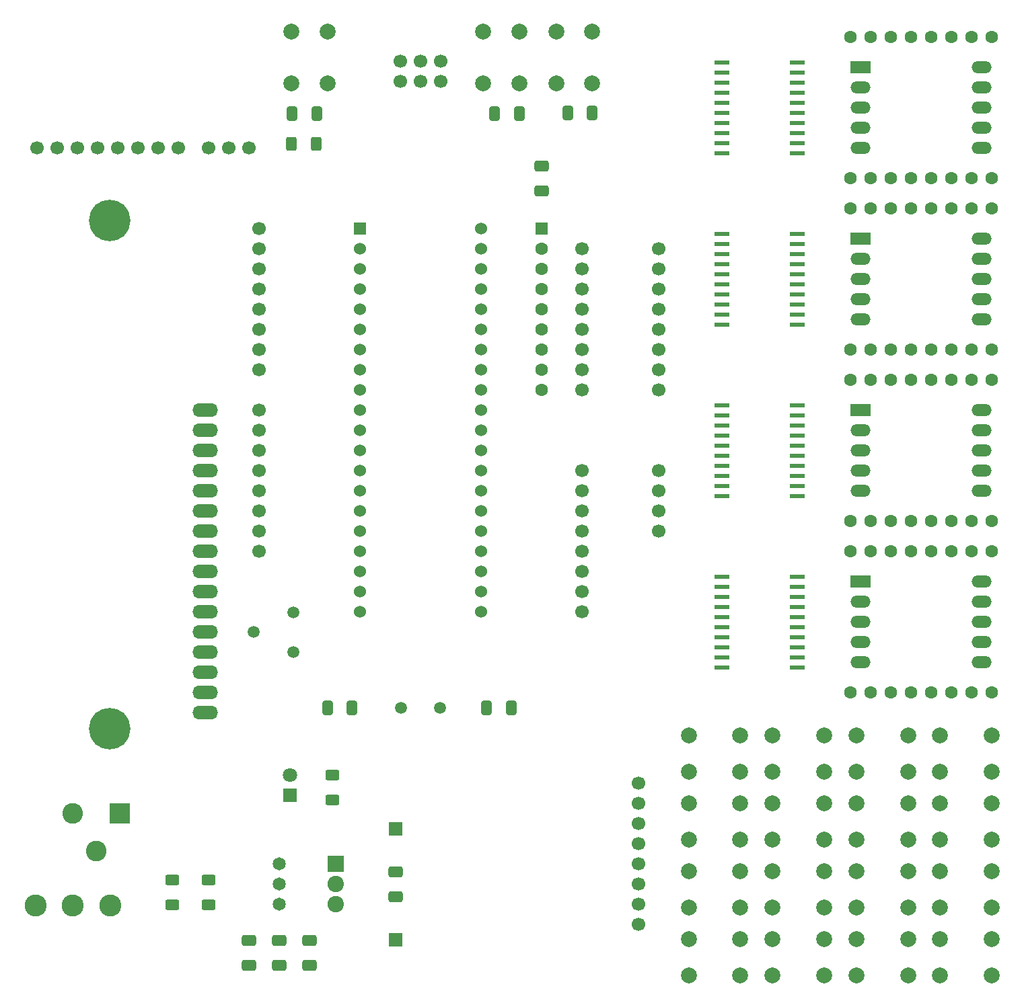
<source format=gbr>
%TF.GenerationSoftware,KiCad,Pcbnew,9.0.4*%
%TF.CreationDate,2025-09-28T00:55:06-04:00*%
%TF.ProjectId,8051,38303531-2e6b-4696-9361-645f70636258,rev?*%
%TF.SameCoordinates,Original*%
%TF.FileFunction,Soldermask,Top*%
%TF.FilePolarity,Negative*%
%FSLAX46Y46*%
G04 Gerber Fmt 4.6, Leading zero omitted, Abs format (unit mm)*
G04 Created by KiCad (PCBNEW 9.0.4) date 2025-09-28 00:55:06*
%MOMM*%
%LPD*%
G01*
G04 APERTURE LIST*
G04 Aperture macros list*
%AMRoundRect*
0 Rectangle with rounded corners*
0 $1 Rounding radius*
0 $2 $3 $4 $5 $6 $7 $8 $9 X,Y pos of 4 corners*
0 Add a 4 corners polygon primitive as box body*
4,1,4,$2,$3,$4,$5,$6,$7,$8,$9,$2,$3,0*
0 Add four circle primitives for the rounded corners*
1,1,$1+$1,$2,$3*
1,1,$1+$1,$4,$5*
1,1,$1+$1,$6,$7*
1,1,$1+$1,$8,$9*
0 Add four rect primitives between the rounded corners*
20,1,$1+$1,$2,$3,$4,$5,0*
20,1,$1+$1,$4,$5,$6,$7,0*
20,1,$1+$1,$6,$7,$8,$9,0*
20,1,$1+$1,$8,$9,$2,$3,0*%
G04 Aperture macros list end*
%ADD10R,1.879600X0.558800*%
%ADD11O,3.220000X1.712000*%
%ADD12C,5.220000*%
%ADD13C,1.524000*%
%ADD14R,1.524000X1.524000*%
%ADD15C,2.000000*%
%ADD16R,1.700000X1.700000*%
%ADD17R,1.600000X1.600000*%
%ADD18C,1.600000*%
%ADD19RoundRect,0.102000X-0.930000X0.930000X-0.930000X-0.930000X0.930000X-0.930000X0.930000X0.930000X0*%
%ADD20C,2.064000*%
%ADD21RoundRect,0.250000X0.650000X-0.412500X0.650000X0.412500X-0.650000X0.412500X-0.650000X-0.412500X0*%
%ADD22C,1.700000*%
%ADD23RoundRect,0.250000X0.625000X-0.400000X0.625000X0.400000X-0.625000X0.400000X-0.625000X-0.400000X0*%
%ADD24RoundRect,0.250000X0.412500X0.650000X-0.412500X0.650000X-0.412500X-0.650000X0.412500X-0.650000X0*%
%ADD25C,1.651000*%
%ADD26RoundRect,0.250000X0.400000X0.625000X-0.400000X0.625000X-0.400000X-0.625000X0.400000X-0.625000X0*%
%ADD27RoundRect,0.250000X-0.412500X-0.650000X0.412500X-0.650000X0.412500X0.650000X-0.412500X0.650000X0*%
%ADD28R,2.524000X1.524000*%
%ADD29O,2.524000X1.524000*%
%ADD30C,1.500000*%
%ADD31C,1.800000*%
%ADD32R,1.800000X1.800000*%
%ADD33RoundRect,0.250000X-0.650000X0.412500X-0.650000X-0.412500X0.650000X-0.412500X0.650000X0.412500X0*%
%ADD34C,2.775000*%
%ADD35C,1.498600*%
%ADD36R,2.600000X2.600000*%
%ADD37C,2.600000*%
G04 APERTURE END LIST*
D10*
%TO.C,U2*%
X204882100Y-37465000D03*
X204882100Y-38735000D03*
X204882100Y-40005000D03*
X204882100Y-41275000D03*
X204882100Y-42545000D03*
X204882100Y-43815000D03*
X204882100Y-45085000D03*
X204882100Y-46355000D03*
X204882100Y-47625000D03*
X204882100Y-48895000D03*
X195407900Y-48895000D03*
X195407900Y-47625000D03*
X195407900Y-46355000D03*
X195407900Y-45085000D03*
X195407900Y-43815000D03*
X195407900Y-42545000D03*
X195407900Y-41275000D03*
X195407900Y-40005000D03*
X195407900Y-38735000D03*
X195407900Y-37465000D03*
%TD*%
%TO.C,U3*%
X204882100Y-59055000D03*
X204882100Y-60325000D03*
X204882100Y-61595000D03*
X204882100Y-62865000D03*
X204882100Y-64135000D03*
X204882100Y-65405000D03*
X204882100Y-66675000D03*
X204882100Y-67945000D03*
X204882100Y-69215000D03*
X204882100Y-70485000D03*
X195407900Y-70485000D03*
X195407900Y-69215000D03*
X195407900Y-67945000D03*
X195407900Y-66675000D03*
X195407900Y-65405000D03*
X195407900Y-64135000D03*
X195407900Y-62865000D03*
X195407900Y-61595000D03*
X195407900Y-60325000D03*
X195407900Y-59055000D03*
%TD*%
%TO.C,U4*%
X195400000Y-80640000D03*
X195400000Y-81910000D03*
X195400000Y-83180000D03*
X195400000Y-84450000D03*
X195400000Y-85720000D03*
X195400000Y-86990000D03*
X195400000Y-88260000D03*
X195400000Y-89530000D03*
X195400000Y-90800000D03*
X195400000Y-92070000D03*
X204874200Y-92070000D03*
X204874200Y-90800000D03*
X204874200Y-89530000D03*
X204874200Y-88260000D03*
X204874200Y-86990000D03*
X204874200Y-85720000D03*
X204874200Y-84450000D03*
X204874200Y-83180000D03*
X204874200Y-81910000D03*
X204874200Y-80640000D03*
%TD*%
%TO.C,U5*%
X195407900Y-102235000D03*
X195407900Y-103505000D03*
X195407900Y-104775000D03*
X195407900Y-106045000D03*
X195407900Y-107315000D03*
X195407900Y-108585000D03*
X195407900Y-109855000D03*
X195407900Y-111125000D03*
X195407900Y-112395000D03*
X195407900Y-113665000D03*
X204882100Y-113665000D03*
X204882100Y-112395000D03*
X204882100Y-111125000D03*
X204882100Y-109855000D03*
X204882100Y-108585000D03*
X204882100Y-107315000D03*
X204882100Y-106045000D03*
X204882100Y-104775000D03*
X204882100Y-103505000D03*
X204882100Y-102235000D03*
%TD*%
D11*
%TO.C,J10*%
X130380000Y-86360000D03*
X130380000Y-88900000D03*
X130380000Y-91440000D03*
X130380000Y-93980000D03*
X130380000Y-96520000D03*
X130380000Y-99060000D03*
X130380000Y-101600000D03*
X130380000Y-104140000D03*
X130380000Y-106680000D03*
X130380000Y-109220000D03*
X130380000Y-111760000D03*
X130380000Y-114300000D03*
X130380000Y-116840000D03*
X130380000Y-119380000D03*
X130380000Y-81280000D03*
X130380000Y-83820000D03*
D12*
X118380000Y-57380000D03*
X118380000Y-121380000D03*
%TD*%
D13*
%TO.C,U1*%
X165100000Y-58420000D03*
X165100000Y-60960000D03*
X165100000Y-63500000D03*
X165100000Y-66040000D03*
X165100000Y-68580000D03*
X165100000Y-71120000D03*
X165100000Y-73660000D03*
X165100000Y-76200000D03*
X165100000Y-78740000D03*
X165100000Y-81280000D03*
X165100000Y-83820000D03*
X165100000Y-86360000D03*
X165100000Y-88900000D03*
X165100000Y-91440000D03*
X165100000Y-93980000D03*
X165100000Y-96520000D03*
X165100000Y-99060000D03*
X165100000Y-101600000D03*
X165100000Y-104140000D03*
X165100000Y-106680000D03*
X149860000Y-106680000D03*
X149860000Y-104140000D03*
X149860000Y-101600000D03*
X149860000Y-99060000D03*
X149860000Y-96520000D03*
X149860000Y-93980000D03*
X149860000Y-91440000D03*
X149860000Y-88900000D03*
X149860000Y-86360000D03*
X149860000Y-83820000D03*
X149860000Y-81280000D03*
X149860000Y-78740000D03*
X149860000Y-76200000D03*
X149860000Y-73660000D03*
X149860000Y-71120000D03*
X149860000Y-68580000D03*
X149860000Y-66040000D03*
X149860000Y-63500000D03*
X149860000Y-60960000D03*
D14*
X149860000Y-58420000D03*
%TD*%
D15*
%TO.C,SW7*%
X191230000Y-147910000D03*
X197730000Y-147910000D03*
X191230000Y-152410000D03*
X197730000Y-152410000D03*
%TD*%
%TO.C,SW19*%
X222880000Y-147910000D03*
X229380000Y-147910000D03*
X222880000Y-152410000D03*
X229380000Y-152410000D03*
%TD*%
D16*
%TO.C,J15*%
X154305000Y-133985000D03*
%TD*%
D17*
%TO.C,RN1*%
X172720000Y-58420000D03*
D18*
X172720000Y-60960000D03*
X172720000Y-63500000D03*
X172720000Y-66040000D03*
X172720000Y-68580000D03*
X172720000Y-71120000D03*
X172720000Y-73660000D03*
X172720000Y-76200000D03*
X172720000Y-78740000D03*
%TD*%
D15*
%TO.C,SW10*%
X201780000Y-139360000D03*
X208280000Y-139360000D03*
X201780000Y-143860000D03*
X208280000Y-143860000D03*
%TD*%
D19*
%TO.C,Q1*%
X146772000Y-138430000D03*
D20*
X146772000Y-140970000D03*
X146772000Y-143510000D03*
%TD*%
D16*
%TO.C,J16*%
X154305000Y-147955000D03*
%TD*%
D21*
%TO.C,C11*%
X154305000Y-139407500D03*
X154305000Y-142532500D03*
%TD*%
D22*
%TO.C,J3*%
X177800000Y-60960000D03*
X177800000Y-63500000D03*
X177800000Y-66040000D03*
X177800000Y-68580000D03*
X177800000Y-71120000D03*
X177800000Y-73660000D03*
X177800000Y-76200000D03*
X177800000Y-78740000D03*
%TD*%
D23*
%TO.C,R2*%
X126230000Y-143536000D03*
X126230000Y-140436000D03*
%TD*%
%TO.C,R4*%
X146404000Y-127228000D03*
X146404000Y-130328000D03*
%TD*%
D24*
%TO.C,C3*%
X148882500Y-118745000D03*
X145757500Y-118745000D03*
%TD*%
D25*
%TO.C,U10*%
X139700000Y-138430000D03*
X139700000Y-140970000D03*
X139700000Y-143510000D03*
%TD*%
D15*
%TO.C,SW13*%
X212330000Y-130810000D03*
X218830000Y-130810000D03*
X212330000Y-135310000D03*
X218830000Y-135310000D03*
%TD*%
D18*
%TO.C,RN7*%
X229355000Y-95250000D03*
X226815000Y-95250000D03*
X224275000Y-95250000D03*
X221735000Y-95250000D03*
X219195000Y-95250000D03*
X216655000Y-95250000D03*
X214115000Y-95250000D03*
X211575000Y-95250000D03*
%TD*%
D22*
%TO.C,J1*%
X137160000Y-58420000D03*
X137160000Y-60960000D03*
X137160000Y-63500000D03*
X137160000Y-66040000D03*
X137160000Y-68580000D03*
X137160000Y-71120000D03*
X137160000Y-73660000D03*
X137160000Y-76200000D03*
%TD*%
D18*
%TO.C,RN5*%
X229355000Y-73660000D03*
X226815000Y-73660000D03*
X224275000Y-73660000D03*
X221735000Y-73660000D03*
X219195000Y-73660000D03*
X216655000Y-73660000D03*
X214115000Y-73660000D03*
X211575000Y-73660000D03*
%TD*%
D26*
%TO.C,R1*%
X141259000Y-47700000D03*
X144359000Y-47700000D03*
%TD*%
D15*
%TO.C,SW4*%
X191230000Y-122260000D03*
X197730000Y-122260000D03*
X191230000Y-126760000D03*
X197730000Y-126760000D03*
%TD*%
D27*
%TO.C,C7*%
X179108500Y-43815000D03*
X175983500Y-43815000D03*
%TD*%
D15*
%TO.C,SW17*%
X222880000Y-130810000D03*
X229380000Y-130810000D03*
X222880000Y-135310000D03*
X229380000Y-135310000D03*
%TD*%
D28*
%TO.C,U7*%
X212845000Y-59690000D03*
D29*
X212845000Y-62230000D03*
X212845000Y-64770000D03*
X212845000Y-67310000D03*
X212845000Y-69850000D03*
X228085000Y-69850000D03*
X228085000Y-67310000D03*
X228085000Y-64770000D03*
X228085000Y-62230000D03*
X228085000Y-59690000D03*
%TD*%
D15*
%TO.C,SW12*%
X212330000Y-122260000D03*
X218830000Y-122260000D03*
X212330000Y-126760000D03*
X218830000Y-126760000D03*
%TD*%
%TO.C,SW5*%
X191230000Y-130810000D03*
X197730000Y-130810000D03*
X191230000Y-135310000D03*
X197730000Y-135310000D03*
%TD*%
D30*
%TO.C,Y1*%
X159920000Y-118745000D03*
X155040000Y-118745000D03*
%TD*%
D22*
%TO.C,J13*%
X187445000Y-88900000D03*
X187445000Y-91440000D03*
X187445000Y-93980000D03*
X187445000Y-96520000D03*
%TD*%
D15*
%TO.C,SW11*%
X201780000Y-147910000D03*
X208280000Y-147910000D03*
X201780000Y-152410000D03*
X208280000Y-152410000D03*
%TD*%
%TO.C,SW8*%
X201780000Y-122260000D03*
X208280000Y-122260000D03*
X201780000Y-126760000D03*
X208280000Y-126760000D03*
%TD*%
D22*
%TO.C,J4*%
X177800000Y-106680000D03*
X177800000Y-104140000D03*
X177800000Y-101600000D03*
X177800000Y-99060000D03*
X177800000Y-96520000D03*
X177800000Y-93980000D03*
X177800000Y-91440000D03*
X177800000Y-88900000D03*
%TD*%
D28*
%TO.C,U8*%
X212845000Y-81280000D03*
D29*
X212845000Y-83820000D03*
X212845000Y-86360000D03*
X212845000Y-88900000D03*
X212845000Y-91440000D03*
X228085000Y-91440000D03*
X228085000Y-88900000D03*
X228085000Y-86360000D03*
X228085000Y-83820000D03*
X228085000Y-81280000D03*
%TD*%
D15*
%TO.C,SW18*%
X222880000Y-139360000D03*
X229380000Y-139360000D03*
X222880000Y-143860000D03*
X229380000Y-143860000D03*
%TD*%
D28*
%TO.C,U9*%
X212845000Y-102870000D03*
D29*
X212845000Y-105410000D03*
X212845000Y-107950000D03*
X212845000Y-110490000D03*
X212845000Y-113030000D03*
X228085000Y-113030000D03*
X228085000Y-110490000D03*
X228085000Y-107950000D03*
X228085000Y-105410000D03*
X228085000Y-102870000D03*
%TD*%
D22*
%TO.C,J8*%
X184905000Y-128270000D03*
X184905000Y-130810000D03*
X184905000Y-133350000D03*
X184905000Y-135890000D03*
X184905000Y-138430000D03*
X184905000Y-140970000D03*
X184905000Y-143510000D03*
X184905000Y-146050000D03*
%TD*%
D31*
%TO.C,D2*%
X141070000Y-127254000D03*
D32*
X141070000Y-129794000D03*
%TD*%
D18*
%TO.C,RN4*%
X211575000Y-55880000D03*
X214115000Y-55880000D03*
X216655000Y-55880000D03*
X219195000Y-55880000D03*
X221735000Y-55880000D03*
X224275000Y-55880000D03*
X226815000Y-55880000D03*
X229355000Y-55880000D03*
%TD*%
D15*
%TO.C,SW14*%
X212330000Y-139360000D03*
X218830000Y-139360000D03*
X212330000Y-143860000D03*
X218830000Y-143860000D03*
%TD*%
%TO.C,SW16*%
X222880000Y-122260000D03*
X229380000Y-122260000D03*
X222880000Y-126760000D03*
X229380000Y-126760000D03*
%TD*%
%TO.C,SW3*%
X174570000Y-33580000D03*
X174570000Y-40080000D03*
X179070000Y-33580000D03*
X179070000Y-40080000D03*
%TD*%
D24*
%TO.C,C6*%
X166803500Y-43890000D03*
X169928500Y-43890000D03*
%TD*%
D23*
%TO.C,R3*%
X130810000Y-143556000D03*
X130810000Y-140456000D03*
%TD*%
D22*
%TO.C,J12*%
X187445000Y-60960000D03*
X187445000Y-63500000D03*
X187445000Y-66040000D03*
X187445000Y-68580000D03*
X187445000Y-71120000D03*
X187445000Y-73660000D03*
X187445000Y-76200000D03*
X187445000Y-78740000D03*
%TD*%
D27*
%TO.C,C4*%
X144401500Y-43890000D03*
X141276500Y-43890000D03*
%TD*%
D15*
%TO.C,SW1*%
X141260000Y-40080000D03*
X141260000Y-33580000D03*
X145760000Y-40080000D03*
X145760000Y-33580000D03*
%TD*%
%TO.C,SW6*%
X191230000Y-139360000D03*
X197730000Y-139360000D03*
X191230000Y-143860000D03*
X197730000Y-143860000D03*
%TD*%
D33*
%TO.C,C10*%
X135850000Y-148043500D03*
X135850000Y-151168500D03*
%TD*%
D21*
%TO.C,C1*%
X172720000Y-53632500D03*
X172720000Y-50507500D03*
%TD*%
D34*
%TO.C,SW20*%
X118420000Y-143625000D03*
X113720000Y-143625000D03*
X109020000Y-143625000D03*
%TD*%
D18*
%TO.C,RN3*%
X229355000Y-52070000D03*
X226815000Y-52070000D03*
X224275000Y-52070000D03*
X221735000Y-52070000D03*
X219195000Y-52070000D03*
X216655000Y-52070000D03*
X214115000Y-52070000D03*
X211575000Y-52070000D03*
%TD*%
D22*
%TO.C,J11*%
X135890000Y-48260000D03*
X133350000Y-48260000D03*
X130810000Y-48260000D03*
%TD*%
D15*
%TO.C,SW15*%
X212330000Y-147910000D03*
X218830000Y-147910000D03*
X212330000Y-152410000D03*
X218830000Y-152410000D03*
%TD*%
D18*
%TO.C,RN6*%
X211575000Y-77470000D03*
X214115000Y-77470000D03*
X216655000Y-77470000D03*
X219195000Y-77470000D03*
X221735000Y-77470000D03*
X224275000Y-77470000D03*
X226815000Y-77470000D03*
X229355000Y-77470000D03*
%TD*%
D28*
%TO.C,U6*%
X212845000Y-38100000D03*
D29*
X212845000Y-40640000D03*
X212845000Y-43180000D03*
X212845000Y-45720000D03*
X212845000Y-48260000D03*
X228085000Y-48260000D03*
X228085000Y-45720000D03*
X228085000Y-43180000D03*
X228085000Y-40640000D03*
X228085000Y-38100000D03*
%TD*%
D22*
%TO.C,J6*%
X154940000Y-37333000D03*
X157480000Y-37333000D03*
X160020000Y-37333000D03*
X160020000Y-39873000D03*
X157480000Y-39873000D03*
X154940000Y-39873000D03*
%TD*%
%TO.C,J5*%
X137160000Y-81280000D03*
X137160000Y-83820000D03*
X137160000Y-86360000D03*
X137160000Y-88900000D03*
X137160000Y-91440000D03*
X137160000Y-93980000D03*
X137160000Y-96520000D03*
X137160000Y-99060000D03*
%TD*%
D15*
%TO.C,SW9*%
X201780000Y-130810000D03*
X208280000Y-130810000D03*
X201780000Y-135310000D03*
X208280000Y-135310000D03*
%TD*%
D35*
%TO.C,RV1*%
X141450400Y-111721200D03*
X136450400Y-109221200D03*
X141450400Y-106721210D03*
%TD*%
D36*
%TO.C,J14*%
X119665000Y-132080000D03*
D37*
X113665000Y-132080000D03*
X116665000Y-136780000D03*
%TD*%
D15*
%TO.C,SW2*%
X165390000Y-33580000D03*
X165390000Y-40080000D03*
X169890000Y-33580000D03*
X169890000Y-40080000D03*
%TD*%
D33*
%TO.C,C8*%
X143510000Y-151168500D03*
X143510000Y-148043500D03*
%TD*%
D18*
%TO.C,RN2*%
X211575000Y-34290000D03*
X214115000Y-34290000D03*
X216655000Y-34290000D03*
X219195000Y-34290000D03*
X221735000Y-34290000D03*
X224275000Y-34290000D03*
X226815000Y-34290000D03*
X229355000Y-34290000D03*
%TD*%
%TO.C,RN9*%
X229355000Y-116840000D03*
X226815000Y-116840000D03*
X224275000Y-116840000D03*
X221735000Y-116840000D03*
X219195000Y-116840000D03*
X216655000Y-116840000D03*
X214115000Y-116840000D03*
X211575000Y-116840000D03*
%TD*%
D27*
%TO.C,C2*%
X165785000Y-118745000D03*
X168910000Y-118745000D03*
%TD*%
D22*
%TO.C,J9*%
X127000000Y-48260000D03*
X124460000Y-48260000D03*
X121920000Y-48260000D03*
X119380000Y-48260000D03*
X116840000Y-48260000D03*
X114300000Y-48260000D03*
X111760000Y-48260000D03*
X109220000Y-48260000D03*
%TD*%
D33*
%TO.C,C9*%
X139700000Y-148043500D03*
X139700000Y-151168500D03*
%TD*%
D18*
%TO.C,RN8*%
X211575000Y-99060000D03*
X214115000Y-99060000D03*
X216655000Y-99060000D03*
X219195000Y-99060000D03*
X221735000Y-99060000D03*
X224275000Y-99060000D03*
X226815000Y-99060000D03*
X229355000Y-99060000D03*
%TD*%
M02*

</source>
